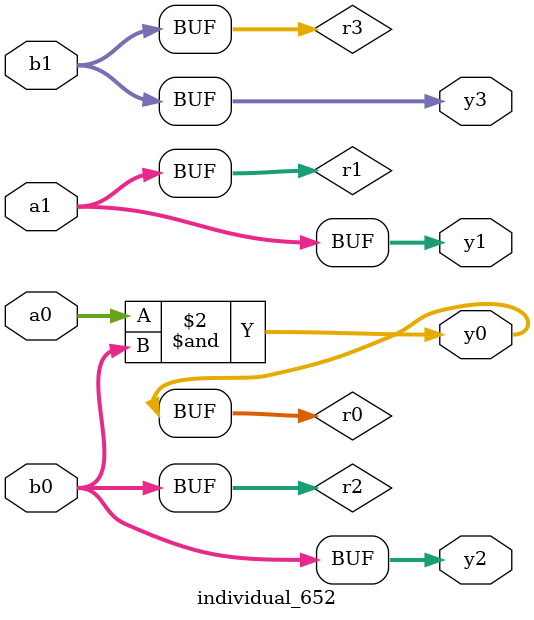
<source format=sv>
module individual_652(input logic [15:0] a1, input logic [15:0] a0, input logic [15:0] b1, input logic [15:0] b0, output logic [15:0] y3, output logic [15:0] y2, output logic [15:0] y1, output logic [15:0] y0);
logic [15:0] r0, r1, r2, r3; 
 always@(*) begin 
	 r0 = a0; r1 = a1; r2 = b0; r3 = b1; 
 	 r0  &=  r2 ;
 	 y3 = r3; y2 = r2; y1 = r1; y0 = r0; 
end
endmodule
</source>
